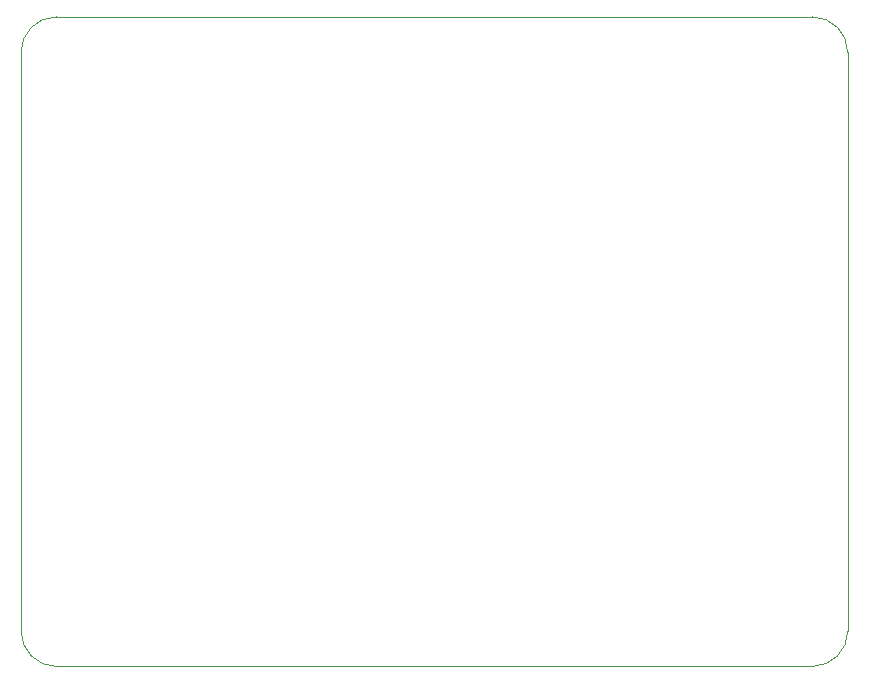
<source format=gbr>
%TF.GenerationSoftware,KiCad,Pcbnew,5.1.6-c6e7f7d~86~ubuntu18.04.1*%
%TF.CreationDate,2020-06-24T09:12:56-04:00*%
%TF.ProjectId,Toastboard,546f6173-7462-46f6-9172-642e6b696361,rev?*%
%TF.SameCoordinates,Original*%
%TF.FileFunction,Profile,NP*%
%FSLAX46Y46*%
G04 Gerber Fmt 4.6, Leading zero omitted, Abs format (unit mm)*
G04 Created by KiCad (PCBNEW 5.1.6-c6e7f7d~86~ubuntu18.04.1) date 2020-06-24 09:12:56*
%MOMM*%
%LPD*%
G01*
G04 APERTURE LIST*
%TA.AperFunction,Profile*%
%ADD10C,0.050000*%
%TD*%
G04 APERTURE END LIST*
D10*
X60000000Y-49000000D02*
G75*
G02*
X63000000Y-46000000I3000000J0D01*
G01*
X63000000Y-101000000D02*
G75*
G02*
X60000000Y-98000000I0J3000000D01*
G01*
X130000000Y-98000000D02*
G75*
G02*
X127000000Y-101000000I-3000000J0D01*
G01*
X127000000Y-46000000D02*
G75*
G02*
X130000000Y-49000000I0J-3000000D01*
G01*
X60000000Y-98000000D02*
X60000000Y-69400000D01*
X127000000Y-101000000D02*
X63000000Y-101000000D01*
X130000000Y-49000000D02*
X130000000Y-98000000D01*
X63000000Y-46000000D02*
X127000000Y-46000000D01*
X60000000Y-69400000D02*
X60000000Y-49000000D01*
M02*

</source>
